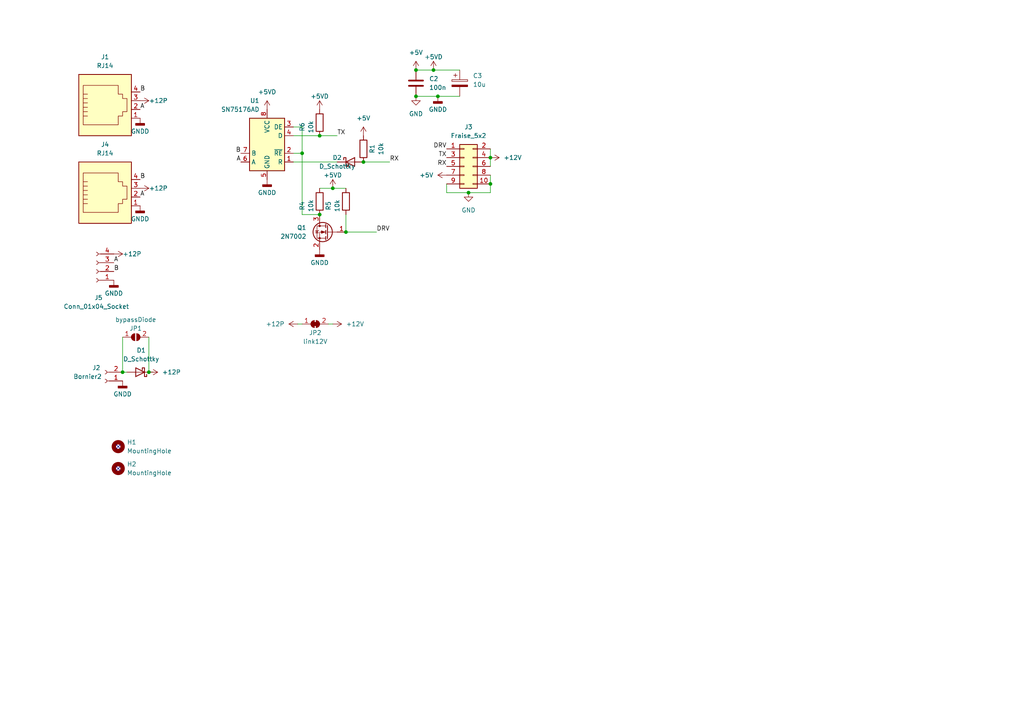
<source format=kicad_sch>
(kicad_sch (version 20230121) (generator eeschema)
  (paper "A4")
  (lib_symbols
    (symbol "Connector:Conn_01x02_Socket" (pin_names (offset 1.016) hide)
      (property "Reference" "J" (at 0 2.54 0))
      (property "Value" "Conn_01x02_Socket" (at 0 -5.08 0))
      (symbol "Conn_01x02_Socket_1_1"
        (arc (start 0 -2.032) (mid -0.5058 -2.54) (end 0 -3.048) (stroke (width 0.1524)))
        (polyline (pts (xy -1.27 -2.54) (xy -0.508 -2.54)) (stroke (width 0.1524)))
        (polyline (pts (xy -1.27 0) (xy -0.508 0)) (stroke (width 0.1524)))
        (arc (start 0 0.508) (mid -0.5058 0) (end 0 -0.508) (stroke (width 0.1524)))
        (pin passive line (at -5.08 0 0) (length 3.81) (name "Pin_1") (number "1"))
        (pin passive line (at -5.08 -2.54 0) (length 3.81) (name "Pin_2") (number "2"))
      )
    )
    (symbol "Connector:Conn_01x04_Socket" (pin_names (offset 1.016) hide)
      (property "Reference" "J" (at 0 5.08 0))
      (property "Value" "Conn_01x04_Socket" (at 0 -7.62 0))
      (symbol "Conn_01x04_Socket_1_1"
        (arc (start 0 -4.572) (mid -0.5058 -5.08) (end 0 -5.588) (stroke (width 0.1524)))
        (arc (start 0 -2.032) (mid -0.5058 -2.54) (end 0 -3.048) (stroke (width 0.1524)))
        (polyline (pts (xy -1.27 -5.08) (xy -0.508 -5.08)) (stroke (width 0.1524)))
        (polyline (pts (xy -1.27 -2.54) (xy -0.508 -2.54)) (stroke (width 0.1524)))
        (polyline (pts (xy -1.27 0) (xy -0.508 0)) (stroke (width 0.1524)))
        (polyline (pts (xy -1.27 2.54) (xy -0.508 2.54)) (stroke (width 0.1524)))
        (arc (start 0 0.508) (mid -0.5058 0) (end 0 -0.508) (stroke (width 0.1524)))
        (arc (start 0 3.048) (mid -0.5058 2.54) (end 0 2.032) (stroke (width 0.1524)))
        (pin passive line (at -5.08 2.54 0) (length 3.81) (name "Pin_1") (number "1"))
        (pin passive line (at -5.08 0 0) (length 3.81) (name "Pin_2") (number "2"))
        (pin passive line (at -5.08 -2.54 0) (length 3.81) (name "Pin_3") (number "3"))
        (pin passive line (at -5.08 -5.08 0) (length 3.81) (name "Pin_4") (number "4"))
      )
    )
    (symbol "Connector:RJ14" (pin_names (offset 1.016))
      (property "Reference" "J" (at -5.08 11.43 0))
      (property "Value" "RJ14" (at 2.54 11.43 0))
      (symbol "RJ14_0_1"
        (polyline (pts (xy -6.35 -1.905) (xy -5.08 -1.905) (xy -5.08 -1.905)))
        (polyline (pts (xy -6.35 -0.635) (xy -5.08 -0.635) (xy -5.08 -0.635)))
        (polyline (pts (xy -6.35 0.635) (xy -5.08 0.635) (xy -5.08 0.635)))
        (polyline (pts (xy -6.35 1.905) (xy -5.08 1.905) (xy -5.08 1.905)))
        (polyline (pts (xy -6.35 3.175) (xy -5.08 3.175) (xy -5.08 3.175)))
        (polyline (pts (xy -5.08 4.445) (xy -6.35 4.445) (xy -6.35 4.445)))
        (polyline (pts (xy -6.35 -4.445) (xy -6.35 6.985) (xy 3.81 6.985) (xy 3.81 4.445) (xy 5.08 4.445) (xy 5.08 3.175) (xy 6.35 3.175) (xy 6.35 -0.635) (xy 5.08 -0.635) (xy 5.08 -1.905) (xy 3.81 -1.905) (xy 3.81 -4.445) (xy -6.35 -4.445) (xy -6.35 -4.445)))
        (rectangle (start 7.62 10.16) (end -7.62 -7.62) (stroke (width 0.254)) (fill (type background)))
      )
      (symbol "RJ14_1_1"
        (pin passive line (at 10.16 -2.54 180) (length 2.54) (name "~") (number "1"))
        (pin passive line (at 10.16 0 180) (length 2.54) (name "~") (number "2"))
        (pin passive line (at 10.16 2.54 180) (length 2.54) (name "~") (number "3"))
        (pin passive line (at 10.16 5.08 180) (length 2.54) (name "~") (number "4"))
      )
    )
    (symbol "Connector_Generic:Conn_02x05_Odd_Even" (pin_names (offset 1.016) hide)
      (property "Reference" "J" (at 1.27 7.62 0))
      (property "Value" "Conn_02x05_Odd_Even" (at 1.27 -7.62 0))
      (symbol "Conn_02x05_Odd_Even_1_1"
        (rectangle (start -1.27 -4.953) (end 0 -5.207) (stroke (width 0.1524)))
        (rectangle (start -1.27 -2.413) (end 0 -2.667) (stroke (width 0.1524)))
        (rectangle (start -1.27 0.127) (end 0 -0.127) (stroke (width 0.1524)))
        (rectangle (start -1.27 2.667) (end 0 2.413) (stroke (width 0.1524)))
        (rectangle (start -1.27 5.207) (end 0 4.953) (stroke (width 0.1524)))
        (rectangle (start -1.27 6.35) (end 3.81 -6.35) (stroke (width 0.254)) (fill (type background)))
        (rectangle (start 3.81 -4.953) (end 2.54 -5.207) (stroke (width 0.1524)))
        (rectangle (start 3.81 -2.413) (end 2.54 -2.667) (stroke (width 0.1524)))
        (rectangle (start 3.81 0.127) (end 2.54 -0.127) (stroke (width 0.1524)))
        (rectangle (start 3.81 2.667) (end 2.54 2.413) (stroke (width 0.1524)))
        (rectangle (start 3.81 5.207) (end 2.54 4.953) (stroke (width 0.1524)))
        (pin passive line (at -5.08 5.08 0) (length 3.81) (name "Pin_1") (number "1"))
        (pin passive line (at 7.62 -5.08 180) (length 3.81) (name "Pin_10") (number "10"))
        (pin passive line (at 7.62 5.08 180) (length 3.81) (name "Pin_2") (number "2"))
        (pin passive line (at -5.08 2.54 0) (length 3.81) (name "Pin_3") (number "3"))
        (pin passive line (at 7.62 2.54 180) (length 3.81) (name "Pin_4") (number "4"))
        (pin passive line (at -5.08 0 0) (length 3.81) (name "Pin_5") (number "5"))
        (pin passive line (at 7.62 0 180) (length 3.81) (name "Pin_6") (number "6"))
        (pin passive line (at -5.08 -2.54 0) (length 3.81) (name "Pin_7") (number "7"))
        (pin passive line (at 7.62 -2.54 180) (length 3.81) (name "Pin_8") (number "8"))
        (pin passive line (at -5.08 -5.08 0) (length 3.81) (name "Pin_9") (number "9"))
      )
    )
    (symbol "Device:C" (pin_numbers hide) (pin_names (offset 0.254))
      (property "Reference" "C" (at 0.635 2.54 0))
      (property "Value" "C" (at 0.635 -2.54 0))
      (symbol "C_0_1"
        (polyline (pts (xy -2.032 -0.762) (xy 2.032 -0.762)) (stroke (width 0.508)))
        (polyline (pts (xy -2.032 0.762) (xy 2.032 0.762)) (stroke (width 0.508)))
      )
      (symbol "C_1_1"
        (pin passive line (at 0 3.81 270) (length 2.794) (name "~") (number "1"))
        (pin passive line (at 0 -3.81 90) (length 2.794) (name "~") (number "2"))
      )
    )
    (symbol "Device:C_Polarized" (pin_numbers hide) (pin_names (offset 0.254))
      (property "Reference" "C" (at 0.635 2.54 0))
      (property "Value" "C_Polarized" (at 0.635 -2.54 0))
      (symbol "C_Polarized_0_1"
        (rectangle (start -2.286 0.508) (end 2.286 1.016))
        (polyline (pts (xy -1.778 2.286) (xy -0.762 2.286)))
        (polyline (pts (xy -1.27 2.794) (xy -1.27 1.778)))
        (rectangle (start 2.286 -0.508) (end -2.286 -1.016) (fill (type outline)))
      )
      (symbol "C_Polarized_1_1"
        (pin passive line (at 0 3.81 270) (length 2.794) (name "~") (number "1"))
        (pin passive line (at 0 -3.81 90) (length 2.794) (name "~") (number "2"))
      )
    )
    (symbol "Device:D_Schottky" (pin_numbers hide) (pin_names (offset 1.016) hide)
      (property "Reference" "D" (at 0 2.54 0))
      (property "Value" "D_Schottky" (at 0 -2.54 0))
      (symbol "D_Schottky_0_1"
        (polyline (pts (xy 1.27 0) (xy -1.27 0)))
        (polyline (pts (xy 1.27 1.27) (xy 1.27 -1.27) (xy -1.27 0) (xy 1.27 1.27)) (stroke (width 0.254)))
        (polyline (pts (xy -1.905 0.635) (xy -1.905 1.27) (xy -1.27 1.27) (xy -1.27 -1.27) (xy -0.635 -1.27) (xy -0.635 -0.635)) (stroke (width 0.254)))
      )
      (symbol "D_Schottky_1_1"
        (pin passive line (at -3.81 0 0) (length 2.54) (name "K") (number "1"))
        (pin passive line (at 3.81 0 180) (length 2.54) (name "A") (number "2"))
      )
    )
    (symbol "Device:R" (pin_numbers hide) (pin_names (offset 0))
      (property "Reference" "R" (at 2.032 0 90))
      (property "Value" "R" (at 0 0 90))
      (symbol "R_0_1"
        (rectangle (start -1.016 -2.54) (end 1.016 2.54) (stroke (width 0.254)))
      )
      (symbol "R_1_1"
        (pin passive line (at 0 3.81 270) (length 1.27) (name "~") (number "1"))
        (pin passive line (at 0 -3.81 90) (length 1.27) (name "~") (number "2"))
      )
    )
    (symbol "Interface_UART:SN75176AD"
      (property "Reference" "U" (at -4.318 8.89 0))
      (property "Value" "SN75176AD" (at 1.016 8.89 0))
      (symbol "SN75176AD_0_1"
        (rectangle (start -5.08 7.62) (end 5.08 -7.62) (stroke (width 0.254)) (fill (type background)))
      )
      (symbol "SN75176AD_1_1"
        (pin output line (at -7.62 -5.08 0) (length 2.54) (name "R") (number "1"))
        (pin input line (at -7.62 -2.54 0) (length 2.54) (name "~{RE}") (number "2"))
        (pin input line (at -7.62 5.08 0) (length 2.54) (name "DE") (number "3"))
        (pin input line (at -7.62 2.54 0) (length 2.54) (name "D") (number "4"))
        (pin power_in line (at 0 -10.16 90) (length 2.54) (name "GND") (number "5"))
        (pin bidirectional line (at 7.62 -5.08 180) (length 2.54) (name "A") (number "6"))
        (pin bidirectional line (at 7.62 -2.54 180) (length 2.54) (name "B") (number "7"))
        (pin power_in line (at 0 10.16 270) (length 2.54) (name "VCC") (number "8"))
      )
    )
    (symbol "Jumper:SolderJumper_2_Bridged" (pin_names (offset 0) hide)
      (property "Reference" "JP" (at 0 2.032 0))
      (property "Value" "SolderJumper_2_Bridged" (at 0 -2.54 0))
      (symbol "SolderJumper_2_Bridged_0_1"
        (rectangle (start -0.508 0.508) (end 0.508 -0.508) (fill (type outline)))
        (arc (start -0.254 1.016) (mid -1.2656 0) (end -0.254 -1.016))
        (arc (start -0.254 1.016) (mid -1.2656 0) (end -0.254 -1.016) (fill (type outline)))
        (polyline (pts (xy -0.254 1.016) (xy -0.254 -1.016)))
        (polyline (pts (xy 0.254 1.016) (xy 0.254 -1.016)))
        (arc (start 0.254 -1.016) (mid 1.2656 0) (end 0.254 1.016))
        (arc (start 0.254 -1.016) (mid 1.2656 0) (end 0.254 1.016) (fill (type outline)))
      )
      (symbol "SolderJumper_2_Bridged_1_1"
        (pin passive line (at -3.81 0 0) (length 2.54) (name "A") (number "1"))
        (pin passive line (at 3.81 0 180) (length 2.54) (name "B") (number "2"))
      )
    )
    (symbol "Jumper:SolderJumper_2_Open" (pin_names (offset 0) hide)
      (property "Reference" "JP" (at 0 2.032 0))
      (property "Value" "SolderJumper_2_Open" (at 0 -2.54 0))
      (symbol "SolderJumper_2_Open_0_1"
        (arc (start -0.254 1.016) (mid -1.2656 0) (end -0.254 -1.016))
        (arc (start -0.254 1.016) (mid -1.2656 0) (end -0.254 -1.016) (fill (type outline)))
        (polyline (pts (xy -0.254 1.016) (xy -0.254 -1.016)))
        (polyline (pts (xy 0.254 1.016) (xy 0.254 -1.016)))
        (arc (start 0.254 -1.016) (mid 1.2656 0) (end 0.254 1.016))
        (arc (start 0.254 -1.016) (mid 1.2656 0) (end 0.254 1.016) (fill (type outline)))
      )
      (symbol "SolderJumper_2_Open_1_1"
        (pin passive line (at -3.81 0 0) (length 2.54) (name "A") (number "1"))
        (pin passive line (at 3.81 0 180) (length 2.54) (name "B") (number "2"))
      )
    )
    (symbol "Mechanical:MountingHole" (pin_names (offset 1.016))
      (property "Reference" "H" (at 0 5.08 0))
      (property "Value" "MountingHole" (at 0 3.175 0))
      (symbol "MountingHole_0_1"
        (circle (center 0 0) (radius 1.27) (stroke (width 1.27)))
      )
    )
    (symbol "Transistor_FET:2N7002" (pin_names hide)
      (property "Reference" "Q" (at 5.08 1.905 0))
      (property "Value" "2N7002" (at 5.08 0 0))
      (symbol "2N7002_0_1"
        (polyline (pts (xy 0.254 0) (xy -2.54 0)))
        (polyline (pts (xy 0.254 1.905) (xy 0.254 -1.905)) (stroke (width 0.254)))
        (polyline (pts (xy 0.762 -1.27) (xy 0.762 -2.286)) (stroke (width 0.254)))
        (polyline (pts (xy 0.762 0.508) (xy 0.762 -0.508)) (stroke (width 0.254)))
        (polyline (pts (xy 0.762 2.286) (xy 0.762 1.27)) (stroke (width 0.254)))
        (polyline (pts (xy 2.54 2.54) (xy 2.54 1.778)))
        (polyline (pts (xy 2.54 -2.54) (xy 2.54 0) (xy 0.762 0)))
        (polyline (pts (xy 0.762 -1.778) (xy 3.302 -1.778) (xy 3.302 1.778) (xy 0.762 1.778)))
        (polyline (pts (xy 1.016 0) (xy 2.032 0.381) (xy 2.032 -0.381) (xy 1.016 0)) (fill (type outline)))
        (polyline (pts (xy 2.794 0.508) (xy 2.921 0.381) (xy 3.683 0.381) (xy 3.81 0.254)))
        (polyline (pts (xy 3.302 0.381) (xy 2.921 -0.254) (xy 3.683 -0.254) (xy 3.302 0.381)))
        (circle (center 1.651 0) (radius 2.794) (stroke (width 0.254)))
        (circle (center 2.54 -1.778) (radius 0.254) (fill (type outline)))
        (circle (center 2.54 1.778) (radius 0.254) (fill (type outline)))
      )
      (symbol "2N7002_1_1"
        (pin input line (at -5.08 0 0) (length 2.54) (name "G") (number "1"))
        (pin passive line (at 2.54 -5.08 90) (length 2.54) (name "S") (number "2"))
        (pin passive line (at 2.54 5.08 270) (length 2.54) (name "D") (number "3"))
      )
    )
    (symbol "power:+12P" (power) (pin_names (offset 0))
      (property "Value" "+12P" (at 0 3.556 0))
      (symbol "+12P_0_1"
        (polyline (pts (xy -0.762 1.27) (xy 0 2.54)))
        (polyline (pts (xy 0 0) (xy 0 2.54)))
        (polyline (pts (xy 0 2.54) (xy 0.762 1.27)))
      )
      (symbol "+12P_1_1"
        (pin power_in line (at 0 0 90) (length 0) hide (name "+12P") (number "1"))
      )
    )
    (symbol "power:+12V" (power) (pin_names (offset 0))
      (property "Value" "+12V" (at 0 3.556 0))
      (symbol "+12V_0_1"
        (polyline (pts (xy -0.762 1.27) (xy 0 2.54)))
        (polyline (pts (xy 0 0) (xy 0 2.54)))
        (polyline (pts (xy 0 2.54) (xy 0.762 1.27)))
      )
      (symbol "+12V_1_1"
        (pin power_in line (at 0 0 90) (length 0) hide (name "+12V") (number "1"))
      )
    )
    (symbol "power:+5V" (power) (pin_names (offset 0))
      (property "Value" "+5V" (at 0 3.556 0))
      (symbol "+5V_0_1"
        (polyline (pts (xy -0.762 1.27) (xy 0 2.54)))
        (polyline (pts (xy 0 0) (xy 0 2.54)))
        (polyline (pts (xy 0 2.54) (xy 0.762 1.27)))
      )
      (symbol "+5V_1_1"
        (pin power_in line (at 0 0 90) (length 0) hide (name "+5V") (number "1"))
      )
    )
    (symbol "power:+5VD" (power) (pin_names (offset 0))
      (property "Value" "+5VD" (at 0 3.556 0))
      (symbol "+5VD_0_1"
        (polyline (pts (xy -0.762 1.27) (xy 0 2.54)))
        (polyline (pts (xy 0 0) (xy 0 2.54)))
        (polyline (pts (xy 0 2.54) (xy 0.762 1.27)))
      )
      (symbol "+5VD_1_1"
        (pin power_in line (at 0 0 90) (length 0) hide (name "+5VD") (number "1"))
      )
    )
    (symbol "power:GND" (power) (pin_names (offset 0))
      (property "Value" "GND" (at 0 -3.81 0))
      (symbol "GND_0_1"
        (polyline (pts (xy 0 0) (xy 0 -1.27) (xy 1.27 -1.27) (xy 0 -2.54) (xy -1.27 -1.27) (xy 0 -1.27)))
      )
      (symbol "GND_1_1"
        (pin power_in line (at 0 0 270) (length 0) hide (name "GND") (number "1"))
      )
    )
    (symbol "power:GNDD" (power) (pin_names (offset 0))
      (property "Value" "GNDD" (at 0 -3.175 0))
      (symbol "GNDD_0_1"
        (rectangle (start -1.27 -1.524) (end 1.27 -2.032) (stroke (width 0.254)) (fill (type outline)))
        (polyline (pts (xy 0 0) (xy 0 -1.524)))
      )
      (symbol "GNDD_1_1"
        (pin power_in line (at 0 0 270) (length 0) hide (name "GNDD") (number "1"))
      )
    )
  )
  (junction (at 127 27.94))
  (junction (at 120.65 27.94))
  (junction (at 120.65 20.32))
  (junction (at 105.41 46.99))
  (junction (at 135.89 55.88))
  (junction (at 142.24 53.34))
  (junction (at 35.56 107.95))
  (junction (at 142.24 45.72))
  (junction (at 43.18 107.95))
  (junction (at 87.63 44.45))
  (junction (at 96.52 54.61))
  (junction (at 92.71 62.23))
  (junction (at 125.73 20.32))
  (junction (at 100.33 67.31))
  (junction (at 92.71 39.37))
  (no_connect (at 34.29 129.54))
  (no_connect (at 34.29 135.89))
  (wire (pts (xy 142.24 50.8) (xy 142.24 53.34)))
  (wire (pts (xy 86.36 93.98) (xy 87.63 93.98)))
  (wire (pts (xy 96.52 54.61) (xy 100.33 54.61)))
  (wire (pts (xy 142.24 55.88) (xy 142.24 53.34)))
  (wire (pts (xy 92.71 54.61) (xy 96.52 54.61)))
  (wire (pts (xy 142.24 45.72) (xy 142.24 48.26)))
  (wire (pts (xy 36.83 107.95) (xy 35.56 107.95)))
  (wire (pts (xy 87.63 44.45) (xy 85.09 44.45)))
  (wire (pts (xy 127 27.94) (xy 133.35 27.94)))
  (wire (pts (xy 85.09 39.37) (xy 92.71 39.37)))
  (wire (pts (xy 135.89 55.88) (xy 142.24 55.88)))
  (wire (pts (xy 100.33 67.31) (xy 109.22 67.31)))
  (wire (pts (xy 85.09 36.83) (xy 87.63 36.83)))
  (wire (pts (xy 44.45 107.95) (xy 43.18 107.95)))
  (wire (pts (xy 92.71 39.37) (xy 97.79 39.37)))
  (wire (pts (xy 100.33 62.23) (xy 100.33 67.31)))
  (wire (pts (xy 87.63 36.83) (xy 87.63 44.45)))
  (wire (pts (xy 129.54 55.88) (xy 135.89 55.88)))
  (wire (pts (xy 96.52 93.98) (xy 95.25 93.98)))
  (wire (pts (xy 120.65 20.32) (xy 125.73 20.32)))
  (wire (pts (xy 129.54 53.34) (xy 129.54 55.88)))
  (wire (pts (xy 113.03 46.99) (xy 105.41 46.99)))
  (wire (pts (xy 125.73 20.32) (xy 133.35 20.32)))
  (wire (pts (xy 120.65 27.94) (xy 127 27.94)))
  (wire (pts (xy 85.09 46.99) (xy 97.79 46.99)))
  (wire (pts (xy 87.63 44.45) (xy 87.63 62.23)))
  (wire (pts (xy 35.56 97.79) (xy 35.56 107.95)))
  (wire (pts (xy 87.63 62.23) (xy 92.71 62.23)))
  (wire (pts (xy 43.18 97.79) (xy 43.18 107.95)))
  (wire (pts (xy 142.24 43.18) (xy 142.24 45.72)))
  (label "A" (at 69.85 46.99 180))
  (label "DRV" (at 109.22 67.31 0))
  (label "B" (at 40.64 26.67 0))
  (label "TX" (at 97.79 39.37 0))
  (label "B" (at 40.64 52.07 0))
  (label "RX" (at 129.54 48.26 180))
  (label "B" (at 33.02 78.74 0))
  (label "A" (at 40.64 31.75 0))
  (label "DRV" (at 129.54 43.18 180))
  (label "TX" (at 129.54 45.72 180))
  (label "B" (at 69.85 44.45 180))
  (label "RX" (at 113.03 46.99 0))
  (label "A" (at 40.64 57.15 0))
  (label "A" (at 33.02 76.2 0))
  (symbol (lib_id "power:GNDD") (at 92.71 72.39 0) (unit 1)
    (property "Reference" "#PWR028" (effects hide))
    (property "Value" "GNDD" (at 92.71 76.2 0))
  )
  (symbol (lib_id "power:GND") (at 135.89 55.88 0) (unit 1)
    (property "Reference" "#PWR01" (effects hide))
    (property "Value" "GND" (at 135.89 60.96 0))
  )
  (symbol (lib_id "Mechanical:MountingHole") (at 34.29 129.54 0) (unit 1)
    (property "Reference" "H1" (at 36.83 128.27 0) (effects (justify left)))
    (property "Value" "MountingHole" (at 36.83 130.81 0) (effects (justify left)))
    (property "Footprint" "MountingHole:MountingHole_3.2mm_M3_Pad_TopOnly" (effects hide))
  )
  (symbol (lib_id "power:+5VD") (at 96.52 54.61 0) (unit 1)
    (property "Reference" "#PWR029" (effects hide))
    (property "Value" "+5VD" (at 96.52 50.8 0))
  )
  (symbol (lib_id "power:+12P") (at 33.02 73.66 270) (unit 1)
    (property "Reference" "#PWR035" (effects hide))
    (property "Value" "+12P" (at 35.56 73.66 90) (effects (justify left)))
  )
  (symbol (lib_id "Connector:Conn_01x04_Socket") (at 27.94 78.74 180) (unit 1)
    (property "Reference" "J5" (at 28.575 86.36 0))
    (property "Value" "Conn_01x04_Socket" (at 27.94 88.9 0))
    (property "Footprint" "TerminalBlock:TerminalBlock_bornier-4_P5.08mm" (effects hide))
  )
  (symbol (lib_id "power:GNDD") (at 127 27.94 0) (unit 1)
    (property "Reference" "#PWR020" (effects hide))
    (property "Value" "GNDD" (at 127 31.75 0))
  )
  (symbol (lib_id "Mechanical:MountingHole") (at 34.29 135.89 0) (unit 1)
    (property "Reference" "H2" (at 36.83 134.62 0) (effects (justify left)))
    (property "Value" "MountingHole" (at 36.83 137.16 0) (effects (justify left)))
    (property "Footprint" "MountingHole:MountingHole_3.2mm_M3_Pad_TopOnly" (effects hide))
  )
  (symbol (lib_id "Device:R") (at 92.71 58.42 180) (unit 1)
    (property "Reference" "R4" (at 87.63 59.69 90))
    (property "Value" "10k" (at 90.17 59.69 90))
    (property "Footprint" "Resistor_THT:R_Axial_DIN0204_L3.6mm_D1.6mm_P5.08mm_Horizontal" (effects hide))
  )
  (symbol (lib_id "power:+5V") (at 120.65 20.32 0) (unit 1)
    (property "Reference" "#PWR026" (effects hide))
    (property "Value" "+5V" (at 120.65 15.24 0))
  )
  (symbol (lib_id "Transistor_FET:2N7002") (at 95.25 67.31 0) (mirror y) (unit 1)
    (property "Reference" "Q1" (at 88.9 66.04 0) (effects (justify left)))
    (property "Value" "2N7002" (at 88.9 68.58 0) (effects (justify left)))
    (property "Footprint" "Package_TO_SOT_SMD:SOT-23" (effects hide))
    (property "Datasheet" "https://www.onsemi.com/pub/Collateral/NDS7002A-D.PDF" (effects hide))
  )
  (symbol (lib_id "power:+5V") (at 105.41 39.37 0) (unit 1)
    (property "Reference" "#PWR025" (effects hide))
    (property "Value" "+5V" (at 105.41 34.29 0))
  )
  (symbol (lib_id "Device:C") (at 120.65 24.13 0) (unit 1)
    (property "Reference" "C2" (at 124.46 22.86 0) (effects (justify left)))
    (property "Value" "100n" (at 124.46 25.4 0) (effects (justify left)))
    (property "Footprint" "Capacitor_THT:C_Rect_L4.6mm_W2.0mm_P2.50mm_MKS02_FKP02" (effects hide))
  )
  (symbol (lib_id "power:+12P") (at 40.64 29.21 270) (unit 1)
    (property "Reference" "#PWR06" (effects hide))
    (property "Value" "+12P" (at 43.18 29.21 90) (effects (justify left)))
  )
  (symbol (lib_id "Connector:Conn_01x02_Socket") (at 30.48 110.49 180) (unit 1)
    (property "Reference" "J2" (at 27.94 106.68 0))
    (property "Value" "Bornier2" (at 25.4 109.22 0))
    (property "Footprint" "TerminalBlock_Phoenix:TerminalBlock_Phoenix_MKDS-3-2-5.08_1x02_P5.08mm_Horizontal" (effects hide))
  )
  (symbol (lib_id "Jumper:SolderJumper_2_Bridged") (at 91.44 93.98 0) (unit 1)
    (property "Reference" "JP2" (at 91.44 96.52 0))
    (property "Value" "link12V" (at 91.44 99.06 0))
    (property "Footprint" "Jumper:SolderJumper-2_P1.3mm_Bridged_RoundedPad1.0x1.5mm" (effects hide))
  )
  (symbol (lib_id "Device:R") (at 92.71 35.56 180) (unit 1)
    (property "Reference" "R6" (at 87.63 36.83 90))
    (property "Value" "10k" (at 90.17 36.83 90))
    (property "Footprint" "Resistor_THT:R_Axial_DIN0204_L3.6mm_D1.6mm_P5.08mm_Horizontal" (effects hide))
  )
  (symbol (lib_id "power:+12P") (at 40.64 54.61 270) (unit 1)
    (property "Reference" "#PWR018" (effects hide))
    (property "Value" "+12P" (at 43.18 54.61 90) (effects (justify left)))
  )
  (symbol (lib_id "power:+12V") (at 96.52 93.98 270) (unit 1)
    (property "Reference" "#PWR033" (effects hide))
    (property "Value" "+12V" (at 100.33 93.98 90) (effects (justify left)))
  )
  (symbol (lib_id "Connector_Generic:Conn_02x05_Odd_Even") (at 134.62 48.26 0) (unit 1)
    (property "Reference" "J3" (at 135.89 36.83 0))
    (property "Value" "Fraise_5x2" (at 135.89 39.37 0))
    (property "Footprint" "Connector_IDC:IDC-Header_2x05_P2.54mm_Vertical" (effects hide))
  )
  (symbol (lib_id "power:+12V") (at 142.24 45.72 270) (unit 1)
    (property "Reference" "#PWR02" (effects hide))
    (property "Value" "+12V" (at 146.05 45.72 90) (effects (justify left)))
  )
  (symbol (lib_id "power:+12P") (at 43.18 107.95 270) (unit 1)
    (property "Reference" "#PWR08" (effects hide))
    (property "Value" "+12P" (at 46.99 107.95 90) (effects (justify left)))
  )
  (symbol (lib_id "Device:C_Polarized") (at 133.35 24.13 0) (unit 1)
    (property "Reference" "C3" (at 137.16 21.971 0) (effects (justify left)))
    (property "Value" "10u" (at 137.16 24.511 0) (effects (justify left)))
    (property "Footprint" "Capacitor_THT:CP_Radial_D5.0mm_P2.50mm" (effects hide))
  )
  (symbol (lib_id "Device:R") (at 105.41 43.18 180) (unit 1)
    (property "Reference" "R1" (at 107.95 43.18 90))
    (property "Value" "10k" (at 110.49 43.18 90))
    (property "Footprint" "Resistor_THT:R_Axial_DIN0204_L3.6mm_D1.6mm_P5.08mm_Horizontal" (effects hide))
  )
  (symbol (lib_id "power:+5VD") (at 92.71 31.75 0) (unit 1)
    (property "Reference" "#PWR036" (effects hide))
    (property "Value" "+5VD" (at 92.71 27.94 0))
  )
  (symbol (lib_id "Interface_UART:SN75176AD") (at 77.47 41.91 0) (mirror y) (unit 1)
    (property "Reference" "U1" (at 75.2759 29.21 0) (effects (justify left)))
    (property "Value" "SN75176AD" (at 75.2759 31.75 0) (effects (justify left)))
    (property "Footprint" "Package_SO:SOIC-8_3.9x4.9mm_P1.27mm" (effects hide))
    (property "Datasheet" "http://www.ti.com/lit/ds/symlink/sn75176a.pdf" (effects hide))
  )
  (symbol (lib_id "power:GNDD") (at 33.02 81.28 0) (unit 1)
    (property "Reference" "#PWR034" (effects hide))
    (property "Value" "GNDD" (at 33.02 85.09 0))
  )
  (symbol (lib_id "Connector:RJ14") (at 30.48 31.75 0) (unit 1)
    (property "Reference" "J1" (at 30.48 16.51 0))
    (property "Value" "RJ14" (at 30.48 19.05 0))
    (property "Footprint" "Fraiseiver2:RJ11" (effects hide))
  )
  (symbol (lib_id "power:GNDD") (at 77.47 52.07 0) (unit 1)
    (property "Reference" "#PWR012" (effects hide))
    (property "Value" "GNDD" (at 77.47 55.88 0))
  )
  (symbol (lib_id "power:+5VD") (at 77.47 31.75 0) (unit 1)
    (property "Reference" "#PWR010" (effects hide))
    (property "Value" "+5VD" (at 77.47 26.67 0))
  )
  (symbol (lib_id "power:+5VD") (at 125.73 20.32 0) (unit 1)
    (property "Reference" "#PWR05" (effects hide))
    (property "Value" "+5VD" (at 125.73 16.51 0))
  )
  (symbol (lib_id "power:GNDD") (at 40.64 59.69 0) (unit 1)
    (property "Reference" "#PWR019" (effects hide))
    (property "Value" "GNDD" (at 40.64 63.5 0))
  )
  (symbol (lib_id "power:GNDD") (at 40.64 34.29 0) (unit 1)
    (property "Reference" "#PWR04" (effects hide))
    (property "Value" "GNDD" (at 40.64 38.1 0))
  )
  (symbol (lib_id "power:GNDD") (at 35.56 110.49 0) (unit 1)
    (property "Reference" "#PWR07" (effects hide))
    (property "Value" "GNDD" (at 35.56 114.3 0))
  )
  (symbol (lib_id "Device:R") (at 100.33 58.42 180) (unit 1)
    (property "Reference" "R5" (at 95.25 59.69 90))
    (property "Value" "10k" (at 97.79 59.69 90))
    (property "Footprint" "Resistor_THT:R_Axial_DIN0204_L3.6mm_D1.6mm_P5.08mm_Horizontal" (effects hide))
  )
  (symbol (lib_id "power:+12P") (at 86.36 93.98 90) (unit 1)
    (property "Reference" "#PWR032" (effects hide))
    (property "Value" "+12P" (at 82.55 93.98 90) (effects (justify left)))
  )
  (symbol (lib_id "power:GND") (at 120.65 27.94 0) (unit 1)
    (property "Reference" "#PWR027" (effects hide))
    (property "Value" "GND" (at 120.65 33.02 0))
  )
  (symbol (lib_id "Jumper:SolderJumper_2_Open") (at 39.37 97.79 0) (unit 1)
    (property "Reference" "JP1" (at 39.37 95.25 0))
    (property "Value" "bypassDiode" (at 39.37 92.71 0))
    (property "Footprint" "Jumper:SolderJumper-2_P1.3mm_Open_RoundedPad1.0x1.5mm" (effects hide))
  )
  (symbol (lib_id "Device:D_Schottky") (at 40.64 107.95 180) (unit 1)
    (property "Reference" "D1" (at 40.9575 101.6 0))
    (property "Value" "D_Schottky" (at 40.9575 104.14 0))
    (property "Footprint" "Diode_SMD:D_SMA" (effects hide))
  )
  (symbol (lib_id "power:+5V") (at 129.54 50.8 90) (unit 1)
    (property "Reference" "#PWR03" (effects hide))
    (property "Value" "+5V" (at 125.73 50.8 90) (effects (justify left)))
  )
  (symbol (lib_id "Device:D_Schottky") (at 101.6 46.99 0) (unit 1)
    (property "Reference" "D2" (at 97.79 45.72 0))
    (property "Value" "D_Schottky" (at 97.79 48.26 0))
    (property "Footprint" "Diode_SMD:D_SMA" (effects hide))
  )
  (symbol (lib_id "Connector:RJ14") (at 30.48 57.15 0) (unit 1)
    (property "Reference" "J4" (at 30.48 41.91 0))
    (property "Value" "RJ14" (at 30.48 44.45 0))
    (property "Footprint" "Fraiseiver2:RJ11" (effects hide))
  )
)
</source>
